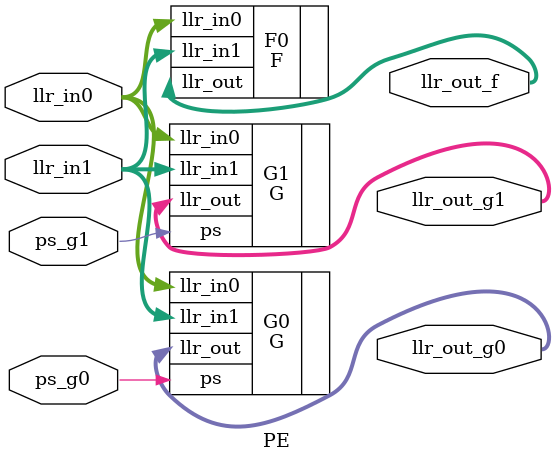
<source format=v>
`timescale 1ns / 1ps


module PE(
    llr_in0,
    llr_in1,
    ps_g0,
    ps_g1,
    llr_out_g0,
    llr_out_g1,
    llr_out_f
);
/*******************************************************************************/
/*                              Parameter                                      */
/*******************************************************************************/
parameter INTER_LLR_WIDTH = 6;
/*******************************************************************************/
/*                              IO Direction                                   */
/*******************************************************************************/
input  [INTER_LLR_WIDTH-1:0] llr_in0;
input  [INTER_LLR_WIDTH-1:0] llr_in1;
input                        ps_g0;
input                        ps_g1;
output [INTER_LLR_WIDTH-1:0] llr_out_g0;
output [INTER_LLR_WIDTH-1:0] llr_out_g1;
output [INTER_LLR_WIDTH-1:0] llr_out_f;
/*******************************************************************************/
/*                              Signal Declaration                             */
/*******************************************************************************/
/*******************************************************************************/
/*                              Instance                                       */
/*******************************************************************************/
G #(
    .INTER_LLR_WIDTH(INTER_LLR_WIDTH)
) G0 (
    .llr_in0(llr_in0   ),
    .llr_in1(llr_in1   ),
    .llr_out(llr_out_g0),
    .ps     (ps_g0     )
);

G #(
    .INTER_LLR_WIDTH(INTER_LLR_WIDTH)
) G1 (
    .llr_in0(llr_in0   ),
    .llr_in1(llr_in1   ),
    .llr_out(llr_out_g1),
    .ps     (ps_g1     )
);

F #(
    .INTER_LLR_WIDTH(INTER_LLR_WIDTH)
) F0 (
    .llr_in0(llr_in0  ),
    .llr_in1(llr_in1  ),
    .llr_out(llr_out_f)
);
/*******************************************************************************/
/*                              Logic                                          */
/*******************************************************************************/
endmodule
</source>
